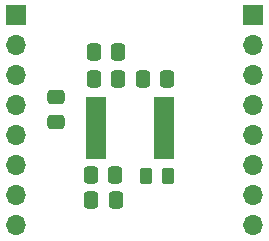
<source format=gbr>
%TF.GenerationSoftware,KiCad,Pcbnew,8.0.5*%
%TF.CreationDate,2024-11-10T02:12:05-07:00*%
%TF.ProjectId,2024_11_ADC_ADS8689,32303234-5f31-4315-9f41-44435f414453,rev?*%
%TF.SameCoordinates,Original*%
%TF.FileFunction,Soldermask,Top*%
%TF.FilePolarity,Negative*%
%FSLAX46Y46*%
G04 Gerber Fmt 4.6, Leading zero omitted, Abs format (unit mm)*
G04 Created by KiCad (PCBNEW 8.0.5) date 2024-11-10 02:12:05*
%MOMM*%
%LPD*%
G01*
G04 APERTURE LIST*
G04 Aperture macros list*
%AMRoundRect*
0 Rectangle with rounded corners*
0 $1 Rounding radius*
0 $2 $3 $4 $5 $6 $7 $8 $9 X,Y pos of 4 corners*
0 Add a 4 corners polygon primitive as box body*
4,1,4,$2,$3,$4,$5,$6,$7,$8,$9,$2,$3,0*
0 Add four circle primitives for the rounded corners*
1,1,$1+$1,$2,$3*
1,1,$1+$1,$4,$5*
1,1,$1+$1,$6,$7*
1,1,$1+$1,$8,$9*
0 Add four rect primitives between the rounded corners*
20,1,$1+$1,$2,$3,$4,$5,0*
20,1,$1+$1,$4,$5,$6,$7,0*
20,1,$1+$1,$6,$7,$8,$9,0*
20,1,$1+$1,$8,$9,$2,$3,0*%
G04 Aperture macros list end*
%ADD10RoundRect,0.250000X0.262500X0.450000X-0.262500X0.450000X-0.262500X-0.450000X0.262500X-0.450000X0*%
%ADD11RoundRect,0.250000X-0.337500X-0.475000X0.337500X-0.475000X0.337500X0.475000X-0.337500X0.475000X0*%
%ADD12RoundRect,0.250000X0.337500X0.475000X-0.337500X0.475000X-0.337500X-0.475000X0.337500X-0.475000X0*%
%ADD13RoundRect,0.250000X0.475000X-0.337500X0.475000X0.337500X-0.475000X0.337500X-0.475000X-0.337500X0*%
%ADD14RoundRect,0.076750X-0.810250X-0.230250X0.810250X-0.230250X0.810250X0.230250X-0.810250X0.230250X0*%
%ADD15R,1.700000X1.700000*%
%ADD16O,1.700000X1.700000*%
G04 APERTURE END LIST*
D10*
%TO.C,R1*%
X94862500Y-67275000D03*
X93037500Y-67275000D03*
%TD*%
D11*
%TO.C,C5*%
X94817500Y-59075000D03*
X92742500Y-59075000D03*
%TD*%
D12*
%TO.C,C4*%
X88592500Y-56800000D03*
X90667500Y-56800000D03*
%TD*%
D13*
%TO.C,C3*%
X85450000Y-62712500D03*
X85450000Y-60637500D03*
%TD*%
D12*
%TO.C,C2*%
X90462500Y-69300000D03*
X88387500Y-69300000D03*
%TD*%
%TO.C,C1*%
X90450000Y-67175000D03*
X88375000Y-67175000D03*
%TD*%
D14*
%TO.C,U2*%
X88835000Y-60950000D03*
X88835000Y-61600000D03*
X88835000Y-62250000D03*
X88835000Y-62900000D03*
X88835000Y-63550000D03*
X88835000Y-64200000D03*
X88835000Y-64850000D03*
X88835000Y-65500000D03*
X94575000Y-65500000D03*
X94575000Y-64850000D03*
X94575000Y-64200000D03*
X94575000Y-63550000D03*
X94575000Y-62900000D03*
X94575000Y-62250000D03*
X94575000Y-61600000D03*
X94575000Y-60950000D03*
%TD*%
D11*
%TO.C,C13*%
X90692500Y-59050000D03*
X88617500Y-59050000D03*
%TD*%
D15*
%TO.C,J5*%
X102092800Y-53670200D03*
D16*
X102092800Y-56210200D03*
X102092800Y-58750200D03*
X102092800Y-61290200D03*
X102092800Y-63830200D03*
X102092800Y-66370200D03*
X102092800Y-68910200D03*
X102092800Y-71450200D03*
%TD*%
D15*
%TO.C,J4*%
X82067400Y-53670200D03*
D16*
X82067400Y-56210200D03*
X82067400Y-58750200D03*
X82067400Y-61290200D03*
X82067400Y-63830200D03*
X82067400Y-66370200D03*
X82067400Y-68910200D03*
X82067400Y-71450200D03*
%TD*%
M02*

</source>
